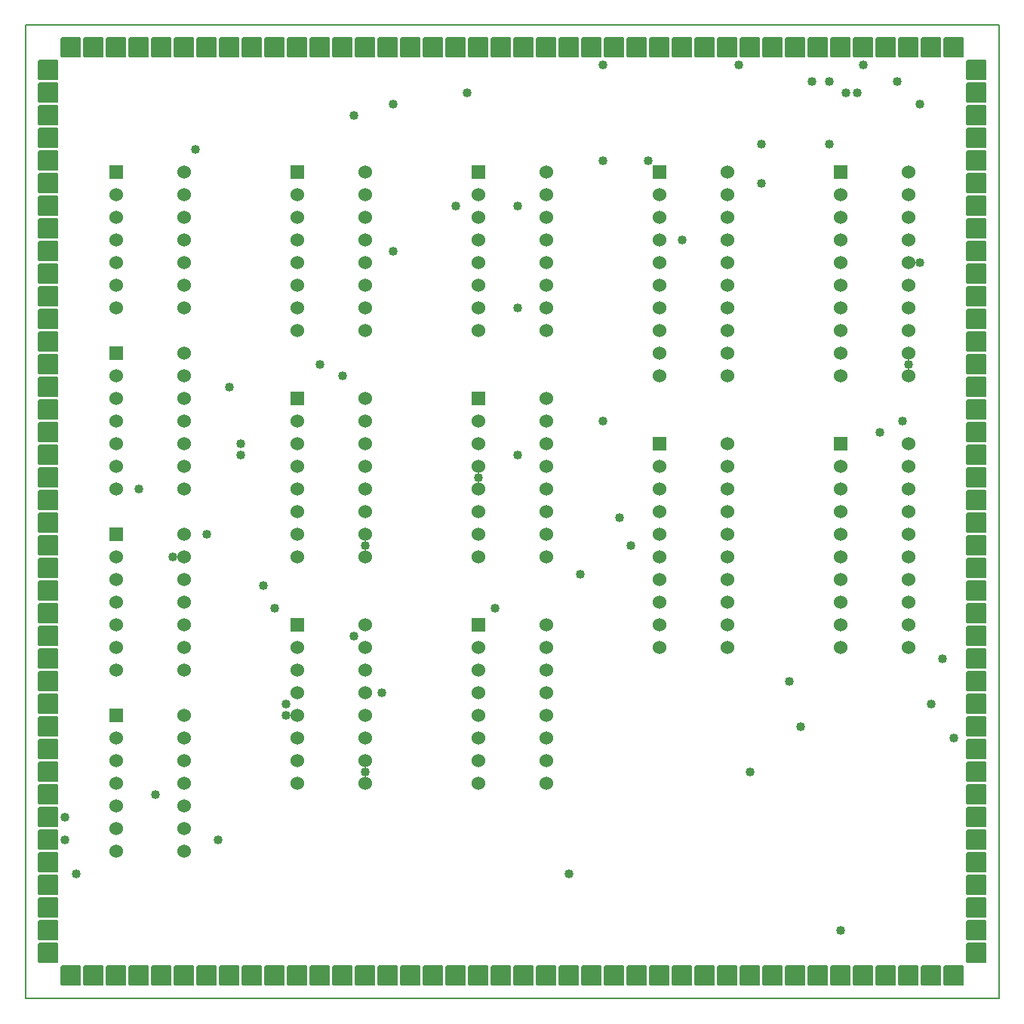
<source format=gbr>
G04 PROTEUS GERBER X2 FILE*
%TF.GenerationSoftware,Labcenter,Proteus,8.13-SP0-Build31525*%
%TF.CreationDate,2022-07-18T15:56:52+00:00*%
%TF.FileFunction,Soldermask,Top*%
%TF.FilePolarity,Negative*%
%TF.Part,Single*%
%TF.SameCoordinates,{834004b6-de26-4565-9fcf-6b40b17824ff}*%
%FSLAX45Y45*%
%MOMM*%
G01*
%TA.AperFunction,Material*%
%ADD17C,1.016000*%
%AMPPAD008*
4,1,36,
-1.016000,1.143000,
1.016000,1.143000,
1.041970,1.140470,
1.065980,1.133200,
1.087580,1.121650,
1.106290,1.106290,
1.121650,1.087570,
1.133200,1.065980,
1.140470,1.041970,
1.143000,1.016000,
1.143000,-1.016000,
1.140470,-1.041970,
1.133200,-1.065980,
1.121650,-1.087570,
1.106290,-1.106290,
1.087580,-1.121650,
1.065980,-1.133200,
1.041970,-1.140470,
1.016000,-1.143000,
-1.016000,-1.143000,
-1.041970,-1.140470,
-1.065980,-1.133200,
-1.087580,-1.121650,
-1.106290,-1.106290,
-1.121650,-1.087570,
-1.133200,-1.065980,
-1.140470,-1.041970,
-1.143000,-1.016000,
-1.143000,1.016000,
-1.140470,1.041970,
-1.133200,1.065980,
-1.121650,1.087570,
-1.106290,1.106290,
-1.087580,1.121650,
-1.065980,1.133200,
-1.041970,1.140470,
-1.016000,1.143000,
0*%
%TA.AperFunction,Material*%
%ADD18PPAD008*%
%AMPPAD009*
4,1,36,
1.143000,1.016000,
1.143000,-1.016000,
1.140470,-1.041970,
1.133200,-1.065980,
1.121650,-1.087580,
1.106290,-1.106290,
1.087570,-1.121650,
1.065980,-1.133200,
1.041970,-1.140470,
1.016000,-1.143000,
-1.016000,-1.143000,
-1.041970,-1.140470,
-1.065980,-1.133200,
-1.087570,-1.121650,
-1.106290,-1.106290,
-1.121650,-1.087580,
-1.133200,-1.065980,
-1.140470,-1.041970,
-1.143000,-1.016000,
-1.143000,1.016000,
-1.140470,1.041970,
-1.133200,1.065980,
-1.121650,1.087580,
-1.106290,1.106290,
-1.087570,1.121650,
-1.065980,1.133200,
-1.041970,1.140470,
-1.016000,1.143000,
1.016000,1.143000,
1.041970,1.140470,
1.065980,1.133200,
1.087570,1.121650,
1.106290,1.106290,
1.121650,1.087580,
1.133200,1.065980,
1.140470,1.041970,
1.143000,1.016000,
0*%
%ADD19PPAD009*%
%AMPPAD010*
4,1,36,
0.762000,0.635000,
0.762000,-0.635000,
0.759470,-0.660970,
0.752200,-0.684980,
0.740650,-0.706580,
0.725290,-0.725290,
0.706570,-0.740650,
0.684980,-0.752200,
0.660970,-0.759470,
0.635000,-0.762000,
-0.635000,-0.762000,
-0.660970,-0.759470,
-0.684980,-0.752200,
-0.706570,-0.740650,
-0.725290,-0.725290,
-0.740650,-0.706580,
-0.752200,-0.684980,
-0.759470,-0.660970,
-0.762000,-0.635000,
-0.762000,0.635000,
-0.759470,0.660970,
-0.752200,0.684980,
-0.740650,0.706580,
-0.725290,0.725290,
-0.706570,0.740650,
-0.684980,0.752200,
-0.660970,0.759470,
-0.635000,0.762000,
0.635000,0.762000,
0.660970,0.759470,
0.684980,0.752200,
0.706570,0.740650,
0.725290,0.725290,
0.740650,0.706580,
0.752200,0.684980,
0.759470,0.660970,
0.762000,0.635000,
0*%
%TA.AperFunction,Material*%
%ADD70PPAD010*%
%ADD71C,1.524000*%
%TA.AperFunction,Profile*%
%ADD15C,0.203200*%
%TD.AperFunction*%
D17*
X+2794000Y+3873500D03*
X+2794000Y+3429000D03*
X+3365500Y+4572000D03*
X+3556000Y+4572000D03*
X+3556000Y+3873500D03*
X-2159000Y+1397000D03*
X-1905000Y+1270000D03*
X+4445000Y+1397000D03*
X-1778000Y+4191000D03*
X+4572000Y+2540000D03*
X+4572000Y+4318000D03*
X+3873500Y+4445000D03*
X+4318000Y+4572000D03*
X+1333500Y-635000D03*
X-1651000Y-635000D03*
X-2794000Y-1079500D03*
X+2667000Y-3175000D03*
X-1651000Y-3175000D03*
X+63500Y+2032000D03*
X+63500Y+3175000D03*
X+1905000Y+2794000D03*
X-190500Y-1333500D03*
X-2667000Y-1333500D03*
X+1016000Y+4762500D03*
X+1206500Y-317500D03*
X-3429000Y-508000D03*
X-3810000Y-762000D03*
X-3175000Y+1143000D03*
X-3048000Y+381000D03*
X-3048000Y+508000D03*
X-4889500Y-4318000D03*
X+635000Y-4318000D03*
X-1778000Y-1651000D03*
X+3111500Y-2159000D03*
X+3238500Y-2667000D03*
X-508000Y+4445000D03*
X+3746500Y+4445000D03*
X+1016000Y+3683000D03*
X+1524000Y+3683000D03*
X+2540000Y+4762500D03*
X+3937000Y+4762500D03*
X+4127500Y+635000D03*
X-381000Y+127000D03*
X+1016000Y+762000D03*
X+4381500Y+762000D03*
X+4699000Y-2413000D03*
X+4953000Y-2794000D03*
X-3302000Y-3937000D03*
X-5016500Y-3937000D03*
X-4000500Y-3429000D03*
X-5016500Y-3683000D03*
X+3683000Y-4953000D03*
X+762000Y-952500D03*
X-4191000Y+0D03*
X-3556000Y+3810000D03*
X-1333500Y+4318000D03*
X-1333500Y+2667000D03*
X+63500Y+381000D03*
X+4826000Y-1905000D03*
X-2540000Y-2413000D03*
X-635000Y+3175000D03*
X-2540000Y-2540000D03*
X-1460500Y-2286000D03*
D18*
X-2921000Y+4953000D03*
X-2667000Y+4953000D03*
X-2413000Y+4953000D03*
X-2159000Y+4953000D03*
X-1905000Y+4953000D03*
X-1651000Y+4953000D03*
X-1397000Y+4953000D03*
X-1143000Y+4953000D03*
X-889000Y+4953000D03*
X-635000Y+4953000D03*
X-381000Y+4953000D03*
X-127000Y+4953000D03*
X+127000Y+4953000D03*
X+381000Y+4953000D03*
X+635000Y+4953000D03*
X+889000Y+4953000D03*
X+1143000Y+4953000D03*
X+1397000Y+4953000D03*
X+1651000Y+4953000D03*
X+1905000Y+4953000D03*
X+2159000Y+4953000D03*
X+2413000Y+4953000D03*
X+2667000Y+4953000D03*
X+2921000Y+4953000D03*
X+3175000Y+4953000D03*
X+3429000Y+4953000D03*
X+3683000Y+4953000D03*
X+3937000Y+4953000D03*
X+4191000Y+4953000D03*
X+4445000Y+4953000D03*
X+4699000Y+4953000D03*
X+4953000Y+4953000D03*
X-4953000Y+4953000D03*
X-4699000Y+4953000D03*
X-4445000Y+4953000D03*
X-4191000Y+4953000D03*
X-3937000Y+4953000D03*
X-3683000Y+4953000D03*
X-3429000Y+4953000D03*
X-3175000Y+4953000D03*
X-4953000Y-5461000D03*
X-4699000Y-5461000D03*
X-4445000Y-5461000D03*
X-4191000Y-5461000D03*
X-3937000Y-5461000D03*
X-3683000Y-5461000D03*
X-3429000Y-5461000D03*
X-3175000Y-5461000D03*
X-2921000Y-5461000D03*
X-2667000Y-5461000D03*
X-2413000Y-5461000D03*
X-2159000Y-5461000D03*
X-1905000Y-5461000D03*
X-1651000Y-5461000D03*
X-1397000Y-5461000D03*
X-1143000Y-5461000D03*
X-889000Y-5461000D03*
X-635000Y-5461000D03*
X-381000Y-5461000D03*
X-127000Y-5461000D03*
X+127000Y-5461000D03*
X+381000Y-5461000D03*
X+635000Y-5461000D03*
X+889000Y-5461000D03*
X+1143000Y-5461000D03*
X+1397000Y-5461000D03*
X+1651000Y-5461000D03*
X+1905000Y-5461000D03*
X+2159000Y-5461000D03*
X+2413000Y-5461000D03*
X+2667000Y-5461000D03*
X+2921000Y-5461000D03*
X+3175000Y-5461000D03*
X+3429000Y-5461000D03*
X+3683000Y-5461000D03*
X+3937000Y-5461000D03*
X+4191000Y-5461000D03*
X+4445000Y-5461000D03*
X+4699000Y-5461000D03*
X+4953000Y-5461000D03*
D19*
X-5207000Y+4699000D03*
X-5207000Y+4445000D03*
X-5207000Y+4191000D03*
X-5207000Y+3937000D03*
X-5207000Y+3683000D03*
X-5207000Y+3429000D03*
X-5207000Y+3175000D03*
X-5207000Y+2921000D03*
X-5207000Y+2667000D03*
X-5207000Y+2413000D03*
X-5207000Y+2159000D03*
X-5207000Y+1905000D03*
X-5207000Y+1651000D03*
X-5207000Y+1397000D03*
X-5207000Y+1143000D03*
X-5207000Y+889000D03*
X-5207000Y+635000D03*
X-5207000Y+381000D03*
X-5207000Y+127000D03*
X-5207000Y-127000D03*
X-5207000Y-381000D03*
X-5207000Y-635000D03*
X-5207000Y-889000D03*
X-5207000Y-1143000D03*
X-5207000Y-1397000D03*
X-5207000Y-1651000D03*
X-5207000Y-1905000D03*
X-5207000Y-2159000D03*
X-5207000Y-2413000D03*
X-5207000Y-2667000D03*
X-5207000Y-2921000D03*
X-5207000Y-3175000D03*
X-5207000Y-3429000D03*
X-5207000Y-3683000D03*
X-5207000Y-3937000D03*
X-5207000Y-4191000D03*
X-5207000Y-4445000D03*
X-5207000Y-4699000D03*
X-5207000Y-4953000D03*
X-5207000Y-5207000D03*
X+5207000Y+4699000D03*
X+5207000Y+4445000D03*
X+5207000Y+4191000D03*
X+5207000Y+3937000D03*
X+5207000Y+3683000D03*
X+5207000Y+3429000D03*
X+5207000Y+3175000D03*
X+5207000Y+2921000D03*
X+5207000Y+2667000D03*
X+5207000Y+2413000D03*
X+5207000Y+2159000D03*
X+5207000Y+1905000D03*
X+5207000Y+1651000D03*
X+5207000Y+1397000D03*
X+5207000Y+1143000D03*
X+5207000Y+889000D03*
X+5207000Y+635000D03*
X+5207000Y+381000D03*
X+5207000Y+127000D03*
X+5207000Y-127000D03*
X+5207000Y-381000D03*
X+5207000Y-635000D03*
X+5207000Y-889000D03*
X+5207000Y-1143000D03*
X+5207000Y-1397000D03*
X+5207000Y-1651000D03*
X+5207000Y-1905000D03*
X+5207000Y-2159000D03*
X+5207000Y-2413000D03*
X+5207000Y-2667000D03*
X+5207000Y-2921000D03*
X+5207000Y-3175000D03*
X+5207000Y-3429000D03*
X+5207000Y-3683000D03*
X+5207000Y-3937000D03*
X+5207000Y-4191000D03*
X+5207000Y-4445000D03*
X+5207000Y-4699000D03*
X+5207000Y-4953000D03*
X+5207000Y-5207000D03*
D70*
X-4445000Y+3556000D03*
D71*
X-4445000Y+3302000D03*
X-4445000Y+3048000D03*
X-4445000Y+2794000D03*
X-4445000Y+2540000D03*
X-4445000Y+2286000D03*
X-4445000Y+2032000D03*
X-3683000Y+2032000D03*
X-3683000Y+2286000D03*
X-3683000Y+2540000D03*
X-3683000Y+2794000D03*
X-3683000Y+3048000D03*
X-3683000Y+3302000D03*
X-3683000Y+3556000D03*
D70*
X-4445000Y+1524000D03*
D71*
X-4445000Y+1270000D03*
X-4445000Y+1016000D03*
X-4445000Y+762000D03*
X-4445000Y+508000D03*
X-4445000Y+254000D03*
X-4445000Y+0D03*
X-3683000Y+0D03*
X-3683000Y+254000D03*
X-3683000Y+508000D03*
X-3683000Y+762000D03*
X-3683000Y+1016000D03*
X-3683000Y+1270000D03*
X-3683000Y+1524000D03*
D70*
X-4445000Y-508000D03*
D71*
X-4445000Y-762000D03*
X-4445000Y-1016000D03*
X-4445000Y-1270000D03*
X-4445000Y-1524000D03*
X-4445000Y-1778000D03*
X-4445000Y-2032000D03*
X-3683000Y-2032000D03*
X-3683000Y-1778000D03*
X-3683000Y-1524000D03*
X-3683000Y-1270000D03*
X-3683000Y-1016000D03*
X-3683000Y-762000D03*
X-3683000Y-508000D03*
D70*
X-4445000Y-2540000D03*
D71*
X-4445000Y-2794000D03*
X-4445000Y-3048000D03*
X-4445000Y-3302000D03*
X-4445000Y-3556000D03*
X-4445000Y-3810000D03*
X-4445000Y-4064000D03*
X-3683000Y-4064000D03*
X-3683000Y-3810000D03*
X-3683000Y-3556000D03*
X-3683000Y-3302000D03*
X-3683000Y-3048000D03*
X-3683000Y-2794000D03*
X-3683000Y-2540000D03*
D70*
X-2413000Y+3556000D03*
D71*
X-2413000Y+3302000D03*
X-2413000Y+3048000D03*
X-2413000Y+2794000D03*
X-2413000Y+2540000D03*
X-2413000Y+2286000D03*
X-2413000Y+2032000D03*
X-2413000Y+1778000D03*
X-1651000Y+1778000D03*
X-1651000Y+2032000D03*
X-1651000Y+2286000D03*
X-1651000Y+2540000D03*
X-1651000Y+2794000D03*
X-1651000Y+3048000D03*
X-1651000Y+3302000D03*
X-1651000Y+3556000D03*
D70*
X-2413000Y+1016000D03*
D71*
X-2413000Y+762000D03*
X-2413000Y+508000D03*
X-2413000Y+254000D03*
X-2413000Y+0D03*
X-2413000Y-254000D03*
X-2413000Y-508000D03*
X-2413000Y-762000D03*
X-1651000Y-762000D03*
X-1651000Y-508000D03*
X-1651000Y-254000D03*
X-1651000Y+0D03*
X-1651000Y+254000D03*
X-1651000Y+508000D03*
X-1651000Y+762000D03*
X-1651000Y+1016000D03*
D70*
X-2413000Y-1524000D03*
D71*
X-2413000Y-1778000D03*
X-2413000Y-2032000D03*
X-2413000Y-2286000D03*
X-2413000Y-2540000D03*
X-2413000Y-2794000D03*
X-2413000Y-3048000D03*
X-2413000Y-3302000D03*
X-1651000Y-3302000D03*
X-1651000Y-3048000D03*
X-1651000Y-2794000D03*
X-1651000Y-2540000D03*
X-1651000Y-2286000D03*
X-1651000Y-2032000D03*
X-1651000Y-1778000D03*
X-1651000Y-1524000D03*
D70*
X-381000Y+3556000D03*
D71*
X-381000Y+3302000D03*
X-381000Y+3048000D03*
X-381000Y+2794000D03*
X-381000Y+2540000D03*
X-381000Y+2286000D03*
X-381000Y+2032000D03*
X-381000Y+1778000D03*
X+381000Y+1778000D03*
X+381000Y+2032000D03*
X+381000Y+2286000D03*
X+381000Y+2540000D03*
X+381000Y+2794000D03*
X+381000Y+3048000D03*
X+381000Y+3302000D03*
X+381000Y+3556000D03*
D70*
X-381000Y+1016000D03*
D71*
X-381000Y+762000D03*
X-381000Y+508000D03*
X-381000Y+254000D03*
X-381000Y+0D03*
X-381000Y-254000D03*
X-381000Y-508000D03*
X-381000Y-762000D03*
X+381000Y-762000D03*
X+381000Y-508000D03*
X+381000Y-254000D03*
X+381000Y+0D03*
X+381000Y+254000D03*
X+381000Y+508000D03*
X+381000Y+762000D03*
X+381000Y+1016000D03*
D70*
X-381000Y-1524000D03*
D71*
X-381000Y-1778000D03*
X-381000Y-2032000D03*
X-381000Y-2286000D03*
X-381000Y-2540000D03*
X-381000Y-2794000D03*
X-381000Y-3048000D03*
X-381000Y-3302000D03*
X+381000Y-3302000D03*
X+381000Y-3048000D03*
X+381000Y-2794000D03*
X+381000Y-2540000D03*
X+381000Y-2286000D03*
X+381000Y-2032000D03*
X+381000Y-1778000D03*
X+381000Y-1524000D03*
D70*
X+1651000Y+3556000D03*
D71*
X+1651000Y+3302000D03*
X+1651000Y+3048000D03*
X+1651000Y+2794000D03*
X+1651000Y+2540000D03*
X+1651000Y+2286000D03*
X+1651000Y+2032000D03*
X+1651000Y+1778000D03*
X+1651000Y+1524000D03*
X+1651000Y+1270000D03*
X+2413000Y+1270000D03*
X+2413000Y+1524000D03*
X+2413000Y+1778000D03*
X+2413000Y+2032000D03*
X+2413000Y+2286000D03*
X+2413000Y+2540000D03*
X+2413000Y+2794000D03*
X+2413000Y+3048000D03*
X+2413000Y+3302000D03*
X+2413000Y+3556000D03*
D70*
X+1651000Y+508000D03*
D71*
X+1651000Y+254000D03*
X+1651000Y+0D03*
X+1651000Y-254000D03*
X+1651000Y-508000D03*
X+1651000Y-762000D03*
X+1651000Y-1016000D03*
X+1651000Y-1270000D03*
X+1651000Y-1524000D03*
X+1651000Y-1778000D03*
X+2413000Y-1778000D03*
X+2413000Y-1524000D03*
X+2413000Y-1270000D03*
X+2413000Y-1016000D03*
X+2413000Y-762000D03*
X+2413000Y-508000D03*
X+2413000Y-254000D03*
X+2413000Y+0D03*
X+2413000Y+254000D03*
X+2413000Y+508000D03*
D70*
X+3683000Y+3556000D03*
D71*
X+3683000Y+3302000D03*
X+3683000Y+3048000D03*
X+3683000Y+2794000D03*
X+3683000Y+2540000D03*
X+3683000Y+2286000D03*
X+3683000Y+2032000D03*
X+3683000Y+1778000D03*
X+3683000Y+1524000D03*
X+3683000Y+1270000D03*
X+4445000Y+1270000D03*
X+4445000Y+1524000D03*
X+4445000Y+1778000D03*
X+4445000Y+2032000D03*
X+4445000Y+2286000D03*
X+4445000Y+2540000D03*
X+4445000Y+2794000D03*
X+4445000Y+3048000D03*
X+4445000Y+3302000D03*
X+4445000Y+3556000D03*
D70*
X+3683000Y+508000D03*
D71*
X+3683000Y+254000D03*
X+3683000Y+0D03*
X+3683000Y-254000D03*
X+3683000Y-508000D03*
X+3683000Y-762000D03*
X+3683000Y-1016000D03*
X+3683000Y-1270000D03*
X+3683000Y-1524000D03*
X+3683000Y-1778000D03*
X+4445000Y-1778000D03*
X+4445000Y-1524000D03*
X+4445000Y-1270000D03*
X+4445000Y-1016000D03*
X+4445000Y-762000D03*
X+4445000Y-508000D03*
X+4445000Y-254000D03*
X+4445000Y+0D03*
X+4445000Y+254000D03*
X+4445000Y+508000D03*
D15*
X-5461000Y-5715000D02*
X+5461000Y-5715000D01*
X+5461000Y+5207000D01*
X-5461000Y+5207000D01*
X-5461000Y-5715000D01*
M02*

</source>
